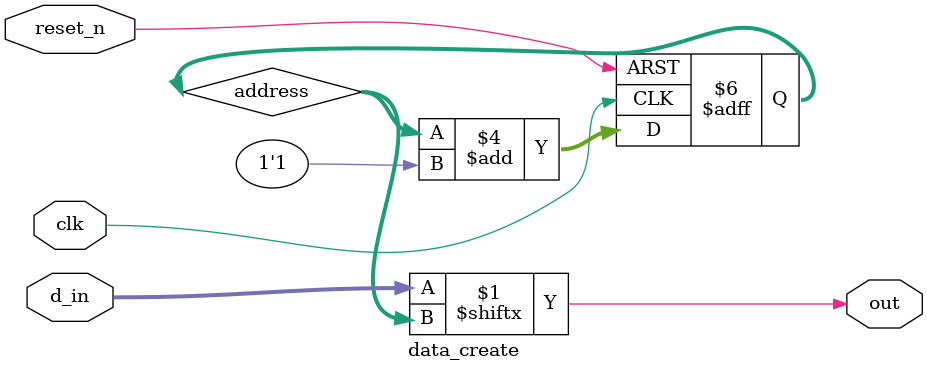
<source format=v>
module data_create(clk,reset_n,out,d_in);
input clk,reset_n;
input wire [127:0] d_in;
output wire out;

reg [6:0] address = 7'b0000000;

assign out = d_in[address];

always @(posedge clk or negedge reset_n) begin
	if (!reset_n) begin
		address<=7'b0000000;
	end else begin
		address<=address+1'b1;
	end
end

endmodule 
</source>
